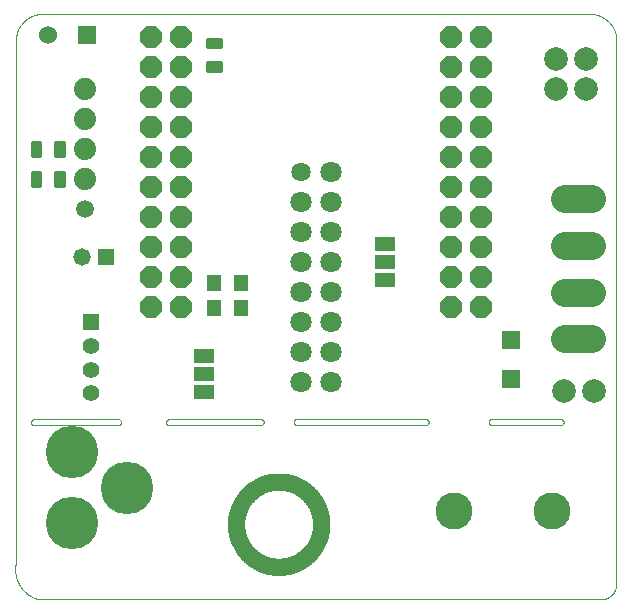
<source format=gbs>
G75*
%MOIN*%
%OFA0B0*%
%FSLAX25Y25*%
%IPPOS*%
%LPD*%
%AMOC8*
5,1,8,0,0,1.08239X$1,22.5*
%
%ADD10C,0.00100*%
%ADD11C,0.17500*%
%ADD12R,0.06000X0.06000*%
%ADD13C,0.06000*%
%ADD14C,0.00912*%
%ADD15C,0.09358*%
%ADD16R,0.05500X0.05500*%
%ADD17C,0.05500*%
%ADD18OC8,0.07500*%
%ADD19C,0.06406*%
%ADD20C,0.07100*%
%ADD21R,0.06800X0.05100*%
%ADD22C,0.05600*%
%ADD23C,0.12311*%
%ADD24C,0.07900*%
%ADD25R,0.05815X0.05815*%
%ADD26C,0.05815*%
%ADD27R,0.05050X0.05618*%
%ADD28C,0.07400*%
%ADD29C,0.05900*%
D10*
X0014100Y0010000D02*
X0201600Y0010000D01*
X0201740Y0010002D01*
X0201880Y0010008D01*
X0202020Y0010018D01*
X0202160Y0010031D01*
X0202299Y0010049D01*
X0202438Y0010071D01*
X0202575Y0010096D01*
X0202713Y0010125D01*
X0202849Y0010158D01*
X0202984Y0010195D01*
X0203118Y0010236D01*
X0203251Y0010281D01*
X0203383Y0010329D01*
X0203513Y0010381D01*
X0203642Y0010436D01*
X0203769Y0010495D01*
X0203895Y0010558D01*
X0204019Y0010624D01*
X0204140Y0010693D01*
X0204260Y0010766D01*
X0204378Y0010843D01*
X0204493Y0010922D01*
X0204607Y0011005D01*
X0204717Y0011091D01*
X0204826Y0011180D01*
X0204932Y0011272D01*
X0205035Y0011367D01*
X0205136Y0011464D01*
X0205233Y0011565D01*
X0205328Y0011668D01*
X0205420Y0011774D01*
X0205509Y0011883D01*
X0205595Y0011993D01*
X0205678Y0012107D01*
X0205757Y0012222D01*
X0205834Y0012340D01*
X0205907Y0012460D01*
X0205976Y0012581D01*
X0206042Y0012705D01*
X0206105Y0012831D01*
X0206164Y0012958D01*
X0206219Y0013087D01*
X0206271Y0013217D01*
X0206319Y0013349D01*
X0206364Y0013482D01*
X0206405Y0013616D01*
X0206442Y0013751D01*
X0206475Y0013887D01*
X0206504Y0014025D01*
X0206529Y0014162D01*
X0206551Y0014301D01*
X0206569Y0014440D01*
X0206582Y0014580D01*
X0206592Y0014720D01*
X0206598Y0014860D01*
X0206600Y0015000D01*
X0206600Y0195000D01*
X0206628Y0195212D01*
X0206650Y0195424D01*
X0206668Y0195637D01*
X0206680Y0195850D01*
X0206687Y0196064D01*
X0206689Y0196277D01*
X0206686Y0196491D01*
X0206677Y0196704D01*
X0206664Y0196918D01*
X0206645Y0197130D01*
X0206621Y0197343D01*
X0206592Y0197554D01*
X0206558Y0197765D01*
X0206519Y0197975D01*
X0206475Y0198184D01*
X0206426Y0198392D01*
X0206371Y0198598D01*
X0206312Y0198804D01*
X0206248Y0199007D01*
X0206179Y0199210D01*
X0206105Y0199410D01*
X0206026Y0199608D01*
X0205943Y0199805D01*
X0205854Y0200000D01*
X0205761Y0200192D01*
X0205664Y0200382D01*
X0205562Y0200570D01*
X0205455Y0200755D01*
X0205344Y0200937D01*
X0205229Y0201117D01*
X0205109Y0201294D01*
X0204985Y0201468D01*
X0204857Y0201638D01*
X0204724Y0201806D01*
X0204588Y0201971D01*
X0204448Y0202132D01*
X0204304Y0202290D01*
X0204156Y0202444D01*
X0204005Y0202594D01*
X0203849Y0202741D01*
X0203691Y0202884D01*
X0203529Y0203023D01*
X0203363Y0203159D01*
X0203195Y0203290D01*
X0203023Y0203417D01*
X0202849Y0203540D01*
X0202671Y0203659D01*
X0202491Y0203773D01*
X0202307Y0203883D01*
X0202122Y0203988D01*
X0201933Y0204089D01*
X0201743Y0204186D01*
X0201550Y0204277D01*
X0201355Y0204364D01*
X0201158Y0204447D01*
X0200959Y0204524D01*
X0200758Y0204597D01*
X0200555Y0204665D01*
X0200351Y0204728D01*
X0200146Y0204786D01*
X0199939Y0204839D01*
X0199731Y0204887D01*
X0199521Y0204930D01*
X0199311Y0204967D01*
X0199100Y0205000D01*
X0014100Y0205000D01*
X0013886Y0204967D01*
X0013672Y0204928D01*
X0013460Y0204884D01*
X0013248Y0204836D01*
X0013038Y0204781D01*
X0012830Y0204722D01*
X0012622Y0204658D01*
X0012417Y0204588D01*
X0012213Y0204514D01*
X0012011Y0204434D01*
X0011811Y0204350D01*
X0011614Y0204261D01*
X0011418Y0204166D01*
X0011225Y0204068D01*
X0011035Y0203964D01*
X0010847Y0203856D01*
X0010661Y0203743D01*
X0010479Y0203626D01*
X0010299Y0203504D01*
X0010123Y0203378D01*
X0009949Y0203247D01*
X0009779Y0203113D01*
X0009613Y0202974D01*
X0009449Y0202831D01*
X0009290Y0202684D01*
X0009134Y0202534D01*
X0008981Y0202379D01*
X0008833Y0202221D01*
X0008688Y0202059D01*
X0008548Y0201894D01*
X0008411Y0201725D01*
X0008279Y0201553D01*
X0008151Y0201378D01*
X0008027Y0201200D01*
X0007908Y0201019D01*
X0007793Y0200835D01*
X0007683Y0200648D01*
X0007577Y0200458D01*
X0007476Y0200266D01*
X0007380Y0200072D01*
X0007289Y0199875D01*
X0007202Y0199676D01*
X0007120Y0199475D01*
X0007044Y0199272D01*
X0006972Y0199068D01*
X0006905Y0198861D01*
X0006844Y0198653D01*
X0006788Y0198444D01*
X0006736Y0198233D01*
X0006690Y0198021D01*
X0006649Y0197808D01*
X0006614Y0197594D01*
X0006583Y0197379D01*
X0006558Y0197164D01*
X0006539Y0196948D01*
X0006524Y0196731D01*
X0006515Y0196514D01*
X0006511Y0196297D01*
X0006513Y0196080D01*
X0006519Y0195864D01*
X0006532Y0195647D01*
X0006549Y0195431D01*
X0006572Y0195215D01*
X0006600Y0195000D01*
X0006600Y0022500D01*
X0006542Y0022258D01*
X0006491Y0022014D01*
X0006445Y0021769D01*
X0006405Y0021523D01*
X0006371Y0021276D01*
X0006343Y0021029D01*
X0006322Y0020781D01*
X0006306Y0020532D01*
X0006296Y0020283D01*
X0006292Y0020034D01*
X0006294Y0019785D01*
X0006302Y0019536D01*
X0006317Y0019287D01*
X0006337Y0019039D01*
X0006363Y0018791D01*
X0006395Y0018544D01*
X0006433Y0018298D01*
X0006478Y0018053D01*
X0006528Y0017809D01*
X0006583Y0017566D01*
X0006645Y0017325D01*
X0006713Y0017085D01*
X0006786Y0016847D01*
X0006865Y0016611D01*
X0006950Y0016377D01*
X0007040Y0016145D01*
X0007136Y0015915D01*
X0007238Y0015687D01*
X0007345Y0015462D01*
X0007457Y0015240D01*
X0007575Y0015020D01*
X0007698Y0014804D01*
X0007826Y0014590D01*
X0007959Y0014380D01*
X0008097Y0014173D01*
X0008241Y0013969D01*
X0008389Y0013769D01*
X0008542Y0013572D01*
X0008699Y0013379D01*
X0008862Y0013190D01*
X0009029Y0013005D01*
X0009200Y0012824D01*
X0009375Y0012648D01*
X0009555Y0012475D01*
X0009739Y0012307D01*
X0009927Y0012144D01*
X0010119Y0011985D01*
X0010314Y0011830D01*
X0010513Y0011681D01*
X0010716Y0011536D01*
X0010923Y0011396D01*
X0011132Y0011262D01*
X0011345Y0011132D01*
X0011561Y0011008D01*
X0011779Y0010889D01*
X0012001Y0010775D01*
X0012225Y0010666D01*
X0012452Y0010563D01*
X0012681Y0010466D01*
X0012913Y0010374D01*
X0013146Y0010288D01*
X0013382Y0010207D01*
X0013620Y0010132D01*
X0013859Y0010063D01*
X0014100Y0010000D01*
X0012600Y0068000D02*
X0040600Y0068000D01*
X0040660Y0068002D01*
X0040721Y0068007D01*
X0040780Y0068016D01*
X0040839Y0068029D01*
X0040898Y0068045D01*
X0040955Y0068065D01*
X0041010Y0068088D01*
X0041065Y0068115D01*
X0041117Y0068144D01*
X0041168Y0068177D01*
X0041217Y0068213D01*
X0041263Y0068251D01*
X0041307Y0068293D01*
X0041349Y0068337D01*
X0041387Y0068383D01*
X0041423Y0068432D01*
X0041456Y0068483D01*
X0041485Y0068535D01*
X0041512Y0068590D01*
X0041535Y0068645D01*
X0041555Y0068702D01*
X0041571Y0068761D01*
X0041584Y0068820D01*
X0041593Y0068879D01*
X0041598Y0068940D01*
X0041600Y0069000D01*
X0041598Y0069060D01*
X0041593Y0069121D01*
X0041584Y0069180D01*
X0041571Y0069239D01*
X0041555Y0069298D01*
X0041535Y0069355D01*
X0041512Y0069410D01*
X0041485Y0069465D01*
X0041456Y0069517D01*
X0041423Y0069568D01*
X0041387Y0069617D01*
X0041349Y0069663D01*
X0041307Y0069707D01*
X0041263Y0069749D01*
X0041217Y0069787D01*
X0041168Y0069823D01*
X0041117Y0069856D01*
X0041065Y0069885D01*
X0041010Y0069912D01*
X0040955Y0069935D01*
X0040898Y0069955D01*
X0040839Y0069971D01*
X0040780Y0069984D01*
X0040721Y0069993D01*
X0040660Y0069998D01*
X0040600Y0070000D01*
X0012600Y0070000D01*
X0011600Y0069000D02*
X0011602Y0068940D01*
X0011607Y0068879D01*
X0011616Y0068820D01*
X0011629Y0068761D01*
X0011645Y0068702D01*
X0011665Y0068645D01*
X0011688Y0068590D01*
X0011715Y0068535D01*
X0011744Y0068483D01*
X0011777Y0068432D01*
X0011813Y0068383D01*
X0011851Y0068337D01*
X0011893Y0068293D01*
X0011937Y0068251D01*
X0011983Y0068213D01*
X0012032Y0068177D01*
X0012083Y0068144D01*
X0012135Y0068115D01*
X0012190Y0068088D01*
X0012245Y0068065D01*
X0012302Y0068045D01*
X0012361Y0068029D01*
X0012420Y0068016D01*
X0012479Y0068007D01*
X0012540Y0068002D01*
X0012600Y0068000D01*
X0011600Y0069000D02*
X0011602Y0069060D01*
X0011607Y0069121D01*
X0011616Y0069180D01*
X0011629Y0069239D01*
X0011645Y0069298D01*
X0011665Y0069355D01*
X0011688Y0069410D01*
X0011715Y0069465D01*
X0011744Y0069517D01*
X0011777Y0069568D01*
X0011813Y0069617D01*
X0011851Y0069663D01*
X0011893Y0069707D01*
X0011937Y0069749D01*
X0011983Y0069787D01*
X0012032Y0069823D01*
X0012083Y0069856D01*
X0012135Y0069885D01*
X0012190Y0069912D01*
X0012245Y0069935D01*
X0012302Y0069955D01*
X0012361Y0069971D01*
X0012420Y0069984D01*
X0012479Y0069993D01*
X0012540Y0069998D01*
X0012600Y0070000D01*
X0057600Y0070000D02*
X0088100Y0070000D01*
X0089100Y0069000D02*
X0089098Y0068940D01*
X0089093Y0068879D01*
X0089084Y0068820D01*
X0089071Y0068761D01*
X0089055Y0068702D01*
X0089035Y0068645D01*
X0089012Y0068590D01*
X0088985Y0068535D01*
X0088956Y0068483D01*
X0088923Y0068432D01*
X0088887Y0068383D01*
X0088849Y0068337D01*
X0088807Y0068293D01*
X0088763Y0068251D01*
X0088717Y0068213D01*
X0088668Y0068177D01*
X0088617Y0068144D01*
X0088565Y0068115D01*
X0088510Y0068088D01*
X0088455Y0068065D01*
X0088398Y0068045D01*
X0088339Y0068029D01*
X0088280Y0068016D01*
X0088221Y0068007D01*
X0088160Y0068002D01*
X0088100Y0068000D01*
X0057600Y0068000D01*
X0057540Y0068002D01*
X0057479Y0068007D01*
X0057420Y0068016D01*
X0057361Y0068029D01*
X0057302Y0068045D01*
X0057245Y0068065D01*
X0057190Y0068088D01*
X0057135Y0068115D01*
X0057083Y0068144D01*
X0057032Y0068177D01*
X0056983Y0068213D01*
X0056937Y0068251D01*
X0056893Y0068293D01*
X0056851Y0068337D01*
X0056813Y0068383D01*
X0056777Y0068432D01*
X0056744Y0068483D01*
X0056715Y0068535D01*
X0056688Y0068590D01*
X0056665Y0068645D01*
X0056645Y0068702D01*
X0056629Y0068761D01*
X0056616Y0068820D01*
X0056607Y0068879D01*
X0056602Y0068940D01*
X0056600Y0069000D01*
X0056602Y0069060D01*
X0056607Y0069121D01*
X0056616Y0069180D01*
X0056629Y0069239D01*
X0056645Y0069298D01*
X0056665Y0069355D01*
X0056688Y0069410D01*
X0056715Y0069465D01*
X0056744Y0069517D01*
X0056777Y0069568D01*
X0056813Y0069617D01*
X0056851Y0069663D01*
X0056893Y0069707D01*
X0056937Y0069749D01*
X0056983Y0069787D01*
X0057032Y0069823D01*
X0057083Y0069856D01*
X0057135Y0069885D01*
X0057190Y0069912D01*
X0057245Y0069935D01*
X0057302Y0069955D01*
X0057361Y0069971D01*
X0057420Y0069984D01*
X0057479Y0069993D01*
X0057540Y0069998D01*
X0057600Y0070000D01*
X0088100Y0070000D02*
X0088160Y0069998D01*
X0088221Y0069993D01*
X0088280Y0069984D01*
X0088339Y0069971D01*
X0088398Y0069955D01*
X0088455Y0069935D01*
X0088510Y0069912D01*
X0088565Y0069885D01*
X0088617Y0069856D01*
X0088668Y0069823D01*
X0088717Y0069787D01*
X0088763Y0069749D01*
X0088807Y0069707D01*
X0088849Y0069663D01*
X0088887Y0069617D01*
X0088923Y0069568D01*
X0088956Y0069517D01*
X0088985Y0069465D01*
X0089012Y0069410D01*
X0089035Y0069355D01*
X0089055Y0069298D01*
X0089071Y0069239D01*
X0089084Y0069180D01*
X0089093Y0069121D01*
X0089098Y0069060D01*
X0089100Y0069000D01*
X0099100Y0069000D02*
X0099102Y0068940D01*
X0099107Y0068879D01*
X0099116Y0068820D01*
X0099129Y0068761D01*
X0099145Y0068702D01*
X0099165Y0068645D01*
X0099188Y0068590D01*
X0099215Y0068535D01*
X0099244Y0068483D01*
X0099277Y0068432D01*
X0099313Y0068383D01*
X0099351Y0068337D01*
X0099393Y0068293D01*
X0099437Y0068251D01*
X0099483Y0068213D01*
X0099532Y0068177D01*
X0099583Y0068144D01*
X0099635Y0068115D01*
X0099690Y0068088D01*
X0099745Y0068065D01*
X0099802Y0068045D01*
X0099861Y0068029D01*
X0099920Y0068016D01*
X0099979Y0068007D01*
X0100040Y0068002D01*
X0100100Y0068000D01*
X0143100Y0068000D01*
X0143160Y0068002D01*
X0143221Y0068007D01*
X0143280Y0068016D01*
X0143339Y0068029D01*
X0143398Y0068045D01*
X0143455Y0068065D01*
X0143510Y0068088D01*
X0143565Y0068115D01*
X0143617Y0068144D01*
X0143668Y0068177D01*
X0143717Y0068213D01*
X0143763Y0068251D01*
X0143807Y0068293D01*
X0143849Y0068337D01*
X0143887Y0068383D01*
X0143923Y0068432D01*
X0143956Y0068483D01*
X0143985Y0068535D01*
X0144012Y0068590D01*
X0144035Y0068645D01*
X0144055Y0068702D01*
X0144071Y0068761D01*
X0144084Y0068820D01*
X0144093Y0068879D01*
X0144098Y0068940D01*
X0144100Y0069000D01*
X0144098Y0069060D01*
X0144093Y0069121D01*
X0144084Y0069180D01*
X0144071Y0069239D01*
X0144055Y0069298D01*
X0144035Y0069355D01*
X0144012Y0069410D01*
X0143985Y0069465D01*
X0143956Y0069517D01*
X0143923Y0069568D01*
X0143887Y0069617D01*
X0143849Y0069663D01*
X0143807Y0069707D01*
X0143763Y0069749D01*
X0143717Y0069787D01*
X0143668Y0069823D01*
X0143617Y0069856D01*
X0143565Y0069885D01*
X0143510Y0069912D01*
X0143455Y0069935D01*
X0143398Y0069955D01*
X0143339Y0069971D01*
X0143280Y0069984D01*
X0143221Y0069993D01*
X0143160Y0069998D01*
X0143100Y0070000D01*
X0100100Y0070000D01*
X0100040Y0069998D01*
X0099979Y0069993D01*
X0099920Y0069984D01*
X0099861Y0069971D01*
X0099802Y0069955D01*
X0099745Y0069935D01*
X0099690Y0069912D01*
X0099635Y0069885D01*
X0099583Y0069856D01*
X0099532Y0069823D01*
X0099483Y0069787D01*
X0099437Y0069749D01*
X0099393Y0069707D01*
X0099351Y0069663D01*
X0099313Y0069617D01*
X0099277Y0069568D01*
X0099244Y0069517D01*
X0099215Y0069465D01*
X0099188Y0069410D01*
X0099165Y0069355D01*
X0099145Y0069298D01*
X0099129Y0069239D01*
X0099116Y0069180D01*
X0099107Y0069121D01*
X0099102Y0069060D01*
X0099100Y0069000D01*
X0164100Y0069000D02*
X0164102Y0068940D01*
X0164107Y0068879D01*
X0164116Y0068820D01*
X0164129Y0068761D01*
X0164145Y0068702D01*
X0164165Y0068645D01*
X0164188Y0068590D01*
X0164215Y0068535D01*
X0164244Y0068483D01*
X0164277Y0068432D01*
X0164313Y0068383D01*
X0164351Y0068337D01*
X0164393Y0068293D01*
X0164437Y0068251D01*
X0164483Y0068213D01*
X0164532Y0068177D01*
X0164583Y0068144D01*
X0164635Y0068115D01*
X0164690Y0068088D01*
X0164745Y0068065D01*
X0164802Y0068045D01*
X0164861Y0068029D01*
X0164920Y0068016D01*
X0164979Y0068007D01*
X0165040Y0068002D01*
X0165100Y0068000D01*
X0188100Y0068000D01*
X0188160Y0068002D01*
X0188221Y0068007D01*
X0188280Y0068016D01*
X0188339Y0068029D01*
X0188398Y0068045D01*
X0188455Y0068065D01*
X0188510Y0068088D01*
X0188565Y0068115D01*
X0188617Y0068144D01*
X0188668Y0068177D01*
X0188717Y0068213D01*
X0188763Y0068251D01*
X0188807Y0068293D01*
X0188849Y0068337D01*
X0188887Y0068383D01*
X0188923Y0068432D01*
X0188956Y0068483D01*
X0188985Y0068535D01*
X0189012Y0068590D01*
X0189035Y0068645D01*
X0189055Y0068702D01*
X0189071Y0068761D01*
X0189084Y0068820D01*
X0189093Y0068879D01*
X0189098Y0068940D01*
X0189100Y0069000D01*
X0189098Y0069060D01*
X0189093Y0069121D01*
X0189084Y0069180D01*
X0189071Y0069239D01*
X0189055Y0069298D01*
X0189035Y0069355D01*
X0189012Y0069410D01*
X0188985Y0069465D01*
X0188956Y0069517D01*
X0188923Y0069568D01*
X0188887Y0069617D01*
X0188849Y0069663D01*
X0188807Y0069707D01*
X0188763Y0069749D01*
X0188717Y0069787D01*
X0188668Y0069823D01*
X0188617Y0069856D01*
X0188565Y0069885D01*
X0188510Y0069912D01*
X0188455Y0069935D01*
X0188398Y0069955D01*
X0188339Y0069971D01*
X0188280Y0069984D01*
X0188221Y0069993D01*
X0188160Y0069998D01*
X0188100Y0070000D01*
X0165100Y0070000D01*
X0165040Y0069998D01*
X0164979Y0069993D01*
X0164920Y0069984D01*
X0164861Y0069971D01*
X0164802Y0069955D01*
X0164745Y0069935D01*
X0164690Y0069912D01*
X0164635Y0069885D01*
X0164583Y0069856D01*
X0164532Y0069823D01*
X0164483Y0069787D01*
X0164437Y0069749D01*
X0164393Y0069707D01*
X0164351Y0069663D01*
X0164313Y0069617D01*
X0164277Y0069568D01*
X0164244Y0069517D01*
X0164215Y0069465D01*
X0164188Y0069410D01*
X0164165Y0069355D01*
X0164145Y0069298D01*
X0164129Y0069239D01*
X0164116Y0069180D01*
X0164107Y0069121D01*
X0164102Y0069060D01*
X0164100Y0069000D01*
D11*
X0043604Y0047126D03*
X0025100Y0058937D03*
X0025100Y0035315D03*
D12*
X0171600Y0083500D03*
X0171600Y0096500D03*
X0030100Y0198000D03*
D13*
X0017100Y0198000D03*
D14*
X0014532Y0162353D02*
X0011794Y0162353D01*
X0014532Y0162353D02*
X0014532Y0157647D01*
X0011794Y0157647D01*
X0011794Y0162353D01*
X0011794Y0158558D02*
X0014532Y0158558D01*
X0014532Y0159469D02*
X0011794Y0159469D01*
X0011794Y0160380D02*
X0014532Y0160380D01*
X0014532Y0161291D02*
X0011794Y0161291D01*
X0011794Y0162202D02*
X0014532Y0162202D01*
X0019668Y0162353D02*
X0022406Y0162353D01*
X0022406Y0157647D01*
X0019668Y0157647D01*
X0019668Y0162353D01*
X0019668Y0158558D02*
X0022406Y0158558D01*
X0022406Y0159469D02*
X0019668Y0159469D01*
X0019668Y0160380D02*
X0022406Y0160380D01*
X0022406Y0161291D02*
X0019668Y0161291D01*
X0019668Y0162202D02*
X0022406Y0162202D01*
X0022406Y0152353D02*
X0019668Y0152353D01*
X0022406Y0152353D02*
X0022406Y0147647D01*
X0019668Y0147647D01*
X0019668Y0152353D01*
X0019668Y0148558D02*
X0022406Y0148558D01*
X0022406Y0149469D02*
X0019668Y0149469D01*
X0019668Y0150380D02*
X0022406Y0150380D01*
X0022406Y0151291D02*
X0019668Y0151291D01*
X0019668Y0152202D02*
X0022406Y0152202D01*
X0014532Y0152353D02*
X0011794Y0152353D01*
X0014532Y0152353D02*
X0014532Y0147647D01*
X0011794Y0147647D01*
X0011794Y0152353D01*
X0011794Y0148558D02*
X0014532Y0148558D01*
X0014532Y0149469D02*
X0011794Y0149469D01*
X0011794Y0150380D02*
X0014532Y0150380D01*
X0014532Y0151291D02*
X0011794Y0151291D01*
X0011794Y0152202D02*
X0014532Y0152202D01*
X0070247Y0186194D02*
X0070247Y0188932D01*
X0074953Y0188932D01*
X0074953Y0186194D01*
X0070247Y0186194D01*
X0070247Y0187105D02*
X0074953Y0187105D01*
X0074953Y0188016D02*
X0070247Y0188016D01*
X0070247Y0188927D02*
X0074953Y0188927D01*
X0070247Y0194068D02*
X0070247Y0196806D01*
X0074953Y0196806D01*
X0074953Y0194068D01*
X0070247Y0194068D01*
X0070247Y0194979D02*
X0074953Y0194979D01*
X0074953Y0195890D02*
X0070247Y0195890D01*
X0070247Y0196801D02*
X0074953Y0196801D01*
D15*
X0189671Y0143386D02*
X0198529Y0143386D01*
X0198529Y0127795D02*
X0189671Y0127795D01*
X0189671Y0112205D02*
X0198529Y0112205D01*
X0198529Y0096614D02*
X0189671Y0096614D01*
D16*
X0031600Y0102311D03*
D17*
X0031600Y0094437D03*
X0031600Y0086563D03*
X0031600Y0078689D03*
D18*
X0051600Y0107500D03*
X0061600Y0107500D03*
X0061600Y0117500D03*
X0061600Y0127500D03*
X0051600Y0127500D03*
X0051600Y0117500D03*
X0051600Y0137500D03*
X0051600Y0147500D03*
X0061600Y0147500D03*
X0061600Y0137500D03*
X0061600Y0157500D03*
X0061600Y0167500D03*
X0051600Y0167500D03*
X0051600Y0157500D03*
X0051600Y0177500D03*
X0051600Y0187500D03*
X0061600Y0187500D03*
X0061600Y0177500D03*
X0061600Y0197500D03*
X0051600Y0197500D03*
X0151600Y0197500D03*
X0161600Y0197500D03*
X0161600Y0187500D03*
X0161600Y0177500D03*
X0151600Y0177500D03*
X0151600Y0187500D03*
X0151600Y0167500D03*
X0151600Y0157500D03*
X0161600Y0157500D03*
X0161600Y0167500D03*
X0161600Y0147500D03*
X0161600Y0137500D03*
X0151600Y0137500D03*
X0151600Y0147500D03*
X0151600Y0127500D03*
X0151600Y0117500D03*
X0161600Y0117500D03*
X0161600Y0127500D03*
X0161600Y0107500D03*
X0151600Y0107500D03*
D19*
X0101600Y0152500D03*
D20*
X0101600Y0142500D03*
X0101600Y0132500D03*
X0101600Y0122500D03*
X0101600Y0112500D03*
X0101600Y0102500D03*
X0101600Y0092500D03*
X0101600Y0082500D03*
X0111600Y0082500D03*
X0111600Y0092500D03*
X0111600Y0102500D03*
X0111600Y0112500D03*
X0111600Y0122500D03*
X0111600Y0132500D03*
X0111600Y0142500D03*
X0111600Y0152500D03*
D21*
X0129600Y0128500D03*
X0129600Y0122500D03*
X0129600Y0116500D03*
X0069100Y0091000D03*
X0069100Y0085000D03*
X0069100Y0079000D03*
D22*
X0079905Y0035000D02*
X0079909Y0035348D01*
X0079922Y0035697D01*
X0079943Y0036044D01*
X0079973Y0036391D01*
X0080012Y0036738D01*
X0080059Y0037083D01*
X0080114Y0037427D01*
X0080178Y0037769D01*
X0080250Y0038110D01*
X0080330Y0038449D01*
X0080419Y0038786D01*
X0080516Y0039121D01*
X0080621Y0039453D01*
X0080735Y0039782D01*
X0080856Y0040109D01*
X0080986Y0040432D01*
X0081123Y0040752D01*
X0081268Y0041069D01*
X0081421Y0041382D01*
X0081581Y0041691D01*
X0081749Y0041997D01*
X0081925Y0042298D01*
X0082107Y0042594D01*
X0082297Y0042886D01*
X0082494Y0043174D01*
X0082698Y0043456D01*
X0082909Y0043733D01*
X0083127Y0044005D01*
X0083351Y0044272D01*
X0083582Y0044533D01*
X0083819Y0044788D01*
X0084063Y0045037D01*
X0084312Y0045281D01*
X0084567Y0045518D01*
X0084828Y0045749D01*
X0085095Y0045973D01*
X0085367Y0046191D01*
X0085644Y0046402D01*
X0085926Y0046606D01*
X0086214Y0046803D01*
X0086506Y0046993D01*
X0086802Y0047175D01*
X0087103Y0047351D01*
X0087409Y0047519D01*
X0087718Y0047679D01*
X0088031Y0047832D01*
X0088348Y0047977D01*
X0088668Y0048114D01*
X0088991Y0048244D01*
X0089318Y0048365D01*
X0089647Y0048479D01*
X0089979Y0048584D01*
X0090314Y0048681D01*
X0090651Y0048770D01*
X0090990Y0048850D01*
X0091331Y0048922D01*
X0091673Y0048986D01*
X0092017Y0049041D01*
X0092362Y0049088D01*
X0092709Y0049127D01*
X0093056Y0049157D01*
X0093403Y0049178D01*
X0093752Y0049191D01*
X0094100Y0049195D01*
X0094448Y0049191D01*
X0094797Y0049178D01*
X0095144Y0049157D01*
X0095491Y0049127D01*
X0095838Y0049088D01*
X0096183Y0049041D01*
X0096527Y0048986D01*
X0096869Y0048922D01*
X0097210Y0048850D01*
X0097549Y0048770D01*
X0097886Y0048681D01*
X0098221Y0048584D01*
X0098553Y0048479D01*
X0098882Y0048365D01*
X0099209Y0048244D01*
X0099532Y0048114D01*
X0099852Y0047977D01*
X0100169Y0047832D01*
X0100482Y0047679D01*
X0100791Y0047519D01*
X0101097Y0047351D01*
X0101398Y0047175D01*
X0101694Y0046993D01*
X0101986Y0046803D01*
X0102274Y0046606D01*
X0102556Y0046402D01*
X0102833Y0046191D01*
X0103105Y0045973D01*
X0103372Y0045749D01*
X0103633Y0045518D01*
X0103888Y0045281D01*
X0104137Y0045037D01*
X0104381Y0044788D01*
X0104618Y0044533D01*
X0104849Y0044272D01*
X0105073Y0044005D01*
X0105291Y0043733D01*
X0105502Y0043456D01*
X0105706Y0043174D01*
X0105903Y0042886D01*
X0106093Y0042594D01*
X0106275Y0042298D01*
X0106451Y0041997D01*
X0106619Y0041691D01*
X0106779Y0041382D01*
X0106932Y0041069D01*
X0107077Y0040752D01*
X0107214Y0040432D01*
X0107344Y0040109D01*
X0107465Y0039782D01*
X0107579Y0039453D01*
X0107684Y0039121D01*
X0107781Y0038786D01*
X0107870Y0038449D01*
X0107950Y0038110D01*
X0108022Y0037769D01*
X0108086Y0037427D01*
X0108141Y0037083D01*
X0108188Y0036738D01*
X0108227Y0036391D01*
X0108257Y0036044D01*
X0108278Y0035697D01*
X0108291Y0035348D01*
X0108295Y0035000D01*
X0108291Y0034652D01*
X0108278Y0034303D01*
X0108257Y0033956D01*
X0108227Y0033609D01*
X0108188Y0033262D01*
X0108141Y0032917D01*
X0108086Y0032573D01*
X0108022Y0032231D01*
X0107950Y0031890D01*
X0107870Y0031551D01*
X0107781Y0031214D01*
X0107684Y0030879D01*
X0107579Y0030547D01*
X0107465Y0030218D01*
X0107344Y0029891D01*
X0107214Y0029568D01*
X0107077Y0029248D01*
X0106932Y0028931D01*
X0106779Y0028618D01*
X0106619Y0028309D01*
X0106451Y0028003D01*
X0106275Y0027702D01*
X0106093Y0027406D01*
X0105903Y0027114D01*
X0105706Y0026826D01*
X0105502Y0026544D01*
X0105291Y0026267D01*
X0105073Y0025995D01*
X0104849Y0025728D01*
X0104618Y0025467D01*
X0104381Y0025212D01*
X0104137Y0024963D01*
X0103888Y0024719D01*
X0103633Y0024482D01*
X0103372Y0024251D01*
X0103105Y0024027D01*
X0102833Y0023809D01*
X0102556Y0023598D01*
X0102274Y0023394D01*
X0101986Y0023197D01*
X0101694Y0023007D01*
X0101398Y0022825D01*
X0101097Y0022649D01*
X0100791Y0022481D01*
X0100482Y0022321D01*
X0100169Y0022168D01*
X0099852Y0022023D01*
X0099532Y0021886D01*
X0099209Y0021756D01*
X0098882Y0021635D01*
X0098553Y0021521D01*
X0098221Y0021416D01*
X0097886Y0021319D01*
X0097549Y0021230D01*
X0097210Y0021150D01*
X0096869Y0021078D01*
X0096527Y0021014D01*
X0096183Y0020959D01*
X0095838Y0020912D01*
X0095491Y0020873D01*
X0095144Y0020843D01*
X0094797Y0020822D01*
X0094448Y0020809D01*
X0094100Y0020805D01*
X0093752Y0020809D01*
X0093403Y0020822D01*
X0093056Y0020843D01*
X0092709Y0020873D01*
X0092362Y0020912D01*
X0092017Y0020959D01*
X0091673Y0021014D01*
X0091331Y0021078D01*
X0090990Y0021150D01*
X0090651Y0021230D01*
X0090314Y0021319D01*
X0089979Y0021416D01*
X0089647Y0021521D01*
X0089318Y0021635D01*
X0088991Y0021756D01*
X0088668Y0021886D01*
X0088348Y0022023D01*
X0088031Y0022168D01*
X0087718Y0022321D01*
X0087409Y0022481D01*
X0087103Y0022649D01*
X0086802Y0022825D01*
X0086506Y0023007D01*
X0086214Y0023197D01*
X0085926Y0023394D01*
X0085644Y0023598D01*
X0085367Y0023809D01*
X0085095Y0024027D01*
X0084828Y0024251D01*
X0084567Y0024482D01*
X0084312Y0024719D01*
X0084063Y0024963D01*
X0083819Y0025212D01*
X0083582Y0025467D01*
X0083351Y0025728D01*
X0083127Y0025995D01*
X0082909Y0026267D01*
X0082698Y0026544D01*
X0082494Y0026826D01*
X0082297Y0027114D01*
X0082107Y0027406D01*
X0081925Y0027702D01*
X0081749Y0028003D01*
X0081581Y0028309D01*
X0081421Y0028618D01*
X0081268Y0028931D01*
X0081123Y0029248D01*
X0080986Y0029568D01*
X0080856Y0029891D01*
X0080735Y0030218D01*
X0080621Y0030547D01*
X0080516Y0030879D01*
X0080419Y0031214D01*
X0080330Y0031551D01*
X0080250Y0031890D01*
X0080178Y0032231D01*
X0080114Y0032573D01*
X0080059Y0032917D01*
X0080012Y0033262D01*
X0079973Y0033609D01*
X0079943Y0033956D01*
X0079922Y0034303D01*
X0079909Y0034652D01*
X0079905Y0035000D01*
D23*
X0152620Y0039500D03*
X0185100Y0039500D03*
D24*
X0189100Y0079500D03*
X0199100Y0079500D03*
X0196600Y0180000D03*
X0196600Y0190000D03*
X0186600Y0190000D03*
X0186600Y0180000D03*
D25*
X0036537Y0124000D03*
D26*
X0028663Y0124000D03*
D27*
X0072663Y0115500D03*
X0072663Y0107000D03*
X0081537Y0107000D03*
X0081537Y0115500D03*
D28*
X0029575Y0150000D03*
X0029625Y0160000D03*
X0029575Y0170000D03*
X0029625Y0180025D03*
D29*
X0029600Y0140000D03*
M02*

</source>
